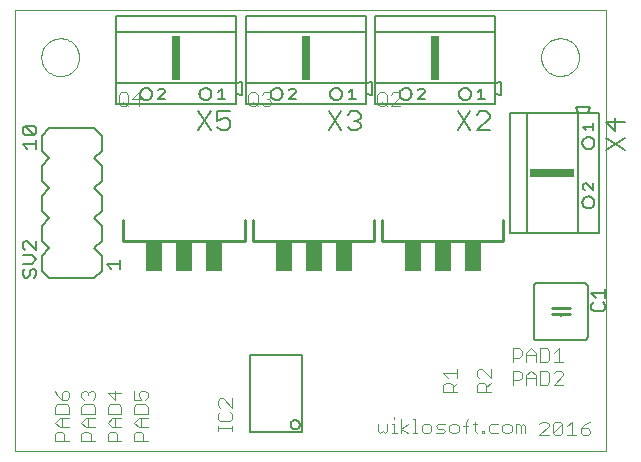
<source format=gto>
G75*
%MOIN*%
%OFA0B0*%
%FSLAX24Y24*%
%IPPOS*%
%LPD*%
%AMOC8*
5,1,8,0,0,1.08239X$1,22.5*
%
%ADD10C,0.0000*%
%ADD11C,0.0040*%
%ADD12C,0.0100*%
%ADD13R,0.0560X0.0980*%
%ADD14C,0.0060*%
%ADD15C,0.0070*%
%ADD16C,0.0050*%
%ADD17R,0.0300X0.1500*%
%ADD18R,0.1500X0.0300*%
D10*
X000180Y000180D02*
X000180Y014865D01*
X019865Y014865D01*
X019865Y000180D01*
X000180Y000180D01*
X001050Y013305D02*
X001052Y013355D01*
X001058Y013405D01*
X001068Y013454D01*
X001082Y013502D01*
X001099Y013549D01*
X001120Y013594D01*
X001145Y013638D01*
X001173Y013679D01*
X001205Y013718D01*
X001239Y013755D01*
X001276Y013789D01*
X001316Y013819D01*
X001358Y013846D01*
X001402Y013870D01*
X001448Y013891D01*
X001495Y013907D01*
X001543Y013920D01*
X001593Y013929D01*
X001642Y013934D01*
X001693Y013935D01*
X001743Y013932D01*
X001792Y013925D01*
X001841Y013914D01*
X001889Y013899D01*
X001935Y013881D01*
X001980Y013859D01*
X002023Y013833D01*
X002064Y013804D01*
X002103Y013772D01*
X002139Y013737D01*
X002171Y013699D01*
X002201Y013659D01*
X002228Y013616D01*
X002251Y013572D01*
X002270Y013526D01*
X002286Y013478D01*
X002298Y013429D01*
X002306Y013380D01*
X002310Y013330D01*
X002310Y013280D01*
X002306Y013230D01*
X002298Y013181D01*
X002286Y013132D01*
X002270Y013084D01*
X002251Y013038D01*
X002228Y012994D01*
X002201Y012951D01*
X002171Y012911D01*
X002139Y012873D01*
X002103Y012838D01*
X002064Y012806D01*
X002023Y012777D01*
X001980Y012751D01*
X001935Y012729D01*
X001889Y012711D01*
X001841Y012696D01*
X001792Y012685D01*
X001743Y012678D01*
X001693Y012675D01*
X001642Y012676D01*
X001593Y012681D01*
X001543Y012690D01*
X001495Y012703D01*
X001448Y012719D01*
X001402Y012740D01*
X001358Y012764D01*
X001316Y012791D01*
X001276Y012821D01*
X001239Y012855D01*
X001205Y012892D01*
X001173Y012931D01*
X001145Y012972D01*
X001120Y013016D01*
X001099Y013061D01*
X001082Y013108D01*
X001068Y013156D01*
X001058Y013205D01*
X001052Y013255D01*
X001050Y013305D01*
X017710Y013305D02*
X017712Y013355D01*
X017718Y013405D01*
X017728Y013454D01*
X017742Y013502D01*
X017759Y013549D01*
X017780Y013594D01*
X017805Y013638D01*
X017833Y013679D01*
X017865Y013718D01*
X017899Y013755D01*
X017936Y013789D01*
X017976Y013819D01*
X018018Y013846D01*
X018062Y013870D01*
X018108Y013891D01*
X018155Y013907D01*
X018203Y013920D01*
X018253Y013929D01*
X018302Y013934D01*
X018353Y013935D01*
X018403Y013932D01*
X018452Y013925D01*
X018501Y013914D01*
X018549Y013899D01*
X018595Y013881D01*
X018640Y013859D01*
X018683Y013833D01*
X018724Y013804D01*
X018763Y013772D01*
X018799Y013737D01*
X018831Y013699D01*
X018861Y013659D01*
X018888Y013616D01*
X018911Y013572D01*
X018930Y013526D01*
X018946Y013478D01*
X018958Y013429D01*
X018966Y013380D01*
X018970Y013330D01*
X018970Y013280D01*
X018966Y013230D01*
X018958Y013181D01*
X018946Y013132D01*
X018930Y013084D01*
X018911Y013038D01*
X018888Y012994D01*
X018861Y012951D01*
X018831Y012911D01*
X018799Y012873D01*
X018763Y012838D01*
X018724Y012806D01*
X018683Y012777D01*
X018640Y012751D01*
X018595Y012729D01*
X018549Y012711D01*
X018501Y012696D01*
X018452Y012685D01*
X018403Y012678D01*
X018353Y012675D01*
X018302Y012676D01*
X018253Y012681D01*
X018203Y012690D01*
X018155Y012703D01*
X018108Y012719D01*
X018062Y012740D01*
X018018Y012764D01*
X017976Y012791D01*
X017936Y012821D01*
X017899Y012855D01*
X017865Y012892D01*
X017833Y012931D01*
X017805Y012972D01*
X017780Y013016D01*
X017759Y013061D01*
X017742Y013108D01*
X017728Y013156D01*
X017718Y013205D01*
X017712Y013255D01*
X017710Y013305D01*
D11*
X013017Y012059D02*
X013017Y011982D01*
X012710Y011675D01*
X013017Y011675D01*
X012557Y011675D02*
X012403Y011828D01*
X012327Y011675D02*
X012250Y011752D01*
X012250Y012059D01*
X012327Y012135D01*
X012480Y012135D01*
X012557Y012059D01*
X012557Y011752D01*
X012480Y011675D01*
X012327Y011675D01*
X012710Y012059D02*
X012787Y012135D01*
X012941Y012135D01*
X013017Y012059D01*
X008717Y012059D02*
X008717Y011982D01*
X008641Y011905D01*
X008717Y011828D01*
X008717Y011752D01*
X008641Y011675D01*
X008487Y011675D01*
X008410Y011752D01*
X008257Y011752D02*
X008180Y011675D01*
X008027Y011675D01*
X007950Y011752D01*
X007950Y012059D01*
X008027Y012135D01*
X008180Y012135D01*
X008257Y012059D01*
X008257Y011752D01*
X008257Y011675D02*
X008103Y011828D01*
X008410Y012059D02*
X008487Y012135D01*
X008641Y012135D01*
X008717Y012059D01*
X008641Y011905D02*
X008564Y011905D01*
X004392Y011905D02*
X004085Y011905D01*
X004316Y012135D01*
X004316Y011675D01*
X003932Y011675D02*
X003778Y011828D01*
X003702Y011675D02*
X003625Y011752D01*
X003625Y012059D01*
X003702Y012135D01*
X003855Y012135D01*
X003932Y012059D01*
X003932Y011752D01*
X003855Y011675D01*
X003702Y011675D01*
X014910Y002922D02*
X014910Y002615D01*
X014910Y002768D02*
X014450Y002768D01*
X014603Y002615D01*
X014526Y002461D02*
X014680Y002461D01*
X014757Y002384D01*
X014757Y002154D01*
X014910Y002154D02*
X014450Y002154D01*
X014450Y002384D01*
X014526Y002461D01*
X014757Y002308D02*
X014910Y002461D01*
X015575Y002384D02*
X015575Y002154D01*
X016035Y002154D01*
X015882Y002154D02*
X015882Y002384D01*
X015805Y002461D01*
X015651Y002461D01*
X015575Y002384D01*
X015651Y002615D02*
X015575Y002691D01*
X015575Y002845D01*
X015651Y002922D01*
X015728Y002922D01*
X016035Y002615D01*
X016035Y002922D01*
X016035Y002461D02*
X015882Y002308D01*
X016755Y002390D02*
X016755Y002850D01*
X016985Y002850D01*
X017062Y002774D01*
X017062Y002620D01*
X016985Y002543D01*
X016755Y002543D01*
X017216Y002620D02*
X017522Y002620D01*
X017522Y002697D02*
X017522Y002390D01*
X017676Y002390D02*
X017906Y002390D01*
X017983Y002467D01*
X017983Y002774D01*
X017906Y002850D01*
X017676Y002850D01*
X017676Y002390D01*
X017522Y002697D02*
X017369Y002850D01*
X017216Y002697D01*
X017216Y002390D01*
X018136Y002390D02*
X018443Y002697D01*
X018443Y002774D01*
X018366Y002850D01*
X018213Y002850D01*
X018136Y002774D01*
X018136Y003140D02*
X018443Y003140D01*
X018290Y003140D02*
X018290Y003600D01*
X018136Y003447D01*
X017983Y003524D02*
X017906Y003600D01*
X017676Y003600D01*
X017676Y003140D01*
X017906Y003140D01*
X017983Y003217D01*
X017983Y003524D01*
X017522Y003447D02*
X017522Y003140D01*
X017216Y003140D02*
X017216Y003447D01*
X017369Y003600D01*
X017522Y003447D01*
X017522Y003370D02*
X017216Y003370D01*
X017062Y003370D02*
X016985Y003293D01*
X016755Y003293D01*
X016755Y003140D02*
X016755Y003600D01*
X016985Y003600D01*
X017062Y003524D01*
X017062Y003370D01*
X018136Y002390D02*
X018443Y002390D01*
X018341Y001160D02*
X018417Y001084D01*
X018110Y000777D01*
X018187Y000700D01*
X018341Y000700D01*
X018417Y000777D01*
X018417Y001084D01*
X018341Y001160D02*
X018187Y001160D01*
X018110Y001084D01*
X018110Y000777D01*
X017957Y000700D02*
X017650Y000700D01*
X017957Y001007D01*
X017957Y001084D01*
X017880Y001160D01*
X017727Y001160D01*
X017650Y001084D01*
X017186Y001005D02*
X017186Y000775D01*
X017032Y000775D02*
X017032Y001005D01*
X017109Y001082D01*
X017186Y001005D01*
X017032Y001005D02*
X016956Y001082D01*
X016879Y001082D01*
X016879Y000775D01*
X016725Y000852D02*
X016725Y001005D01*
X016649Y001082D01*
X016495Y001082D01*
X016419Y001005D01*
X016419Y000852D01*
X016495Y000775D01*
X016649Y000775D01*
X016725Y000852D01*
X016265Y000775D02*
X016035Y000775D01*
X015958Y000852D01*
X015958Y001005D01*
X016035Y001082D01*
X016265Y001082D01*
X015805Y000852D02*
X015805Y000775D01*
X015728Y000775D01*
X015728Y000852D01*
X015805Y000852D01*
X015574Y000775D02*
X015498Y000852D01*
X015498Y001159D01*
X015421Y001082D02*
X015574Y001082D01*
X015268Y001005D02*
X015114Y001005D01*
X014961Y001005D02*
X014961Y000852D01*
X014884Y000775D01*
X014730Y000775D01*
X014654Y000852D01*
X014654Y001005D01*
X014730Y001082D01*
X014884Y001082D01*
X014961Y001005D01*
X015191Y001159D02*
X015191Y000775D01*
X015191Y001159D02*
X015268Y001235D01*
X014500Y001082D02*
X014270Y001082D01*
X014193Y001005D01*
X014270Y000928D01*
X014423Y000928D01*
X014500Y000852D01*
X014423Y000775D01*
X014193Y000775D01*
X014040Y000852D02*
X014040Y001005D01*
X013963Y001082D01*
X013810Y001082D01*
X013733Y001005D01*
X013733Y000852D01*
X013810Y000775D01*
X013963Y000775D01*
X014040Y000852D01*
X013579Y000775D02*
X013426Y000775D01*
X013503Y000775D02*
X013503Y001235D01*
X013426Y001235D01*
X013273Y001082D02*
X013042Y000928D01*
X013273Y000775D01*
X013042Y000775D02*
X013042Y001235D01*
X012812Y001235D02*
X012812Y001312D01*
X012812Y001082D02*
X012812Y000775D01*
X012735Y000775D02*
X012889Y000775D01*
X012582Y000852D02*
X012582Y001082D01*
X012735Y001082D02*
X012812Y001082D01*
X012582Y000852D02*
X012505Y000775D01*
X012428Y000852D01*
X012352Y000775D01*
X012275Y000852D01*
X012275Y001082D01*
X007399Y001015D02*
X007399Y000861D01*
X007399Y000938D02*
X006939Y000938D01*
X006939Y000861D02*
X006939Y001015D01*
X007016Y001168D02*
X007323Y001168D01*
X007399Y001245D01*
X007399Y001398D01*
X007323Y001475D01*
X007399Y001629D02*
X007092Y001935D01*
X007016Y001935D01*
X006939Y001859D01*
X006939Y001705D01*
X007016Y001629D01*
X007016Y001475D02*
X006939Y001398D01*
X006939Y001245D01*
X007016Y001168D01*
X007399Y001629D02*
X007399Y001935D01*
X004595Y001963D02*
X004518Y001886D01*
X004595Y001963D02*
X004595Y002116D01*
X004518Y002193D01*
X004365Y002193D01*
X004288Y002116D01*
X004288Y002040D01*
X004365Y001886D01*
X004135Y001886D01*
X004135Y002193D01*
X003720Y002116D02*
X003260Y002116D01*
X003490Y001886D01*
X003490Y002193D01*
X003643Y001733D02*
X003336Y001733D01*
X003260Y001656D01*
X003260Y001426D01*
X003720Y001426D01*
X003720Y001656D01*
X003643Y001733D01*
X004135Y001656D02*
X004135Y001426D01*
X004595Y001426D01*
X004595Y001656D01*
X004518Y001733D01*
X004211Y001733D01*
X004135Y001656D01*
X004288Y001272D02*
X004595Y001272D01*
X004365Y001272D02*
X004365Y000966D01*
X004288Y000966D02*
X004135Y001119D01*
X004288Y001272D01*
X004288Y000966D02*
X004595Y000966D01*
X004365Y000812D02*
X004442Y000735D01*
X004442Y000505D01*
X004595Y000505D02*
X004135Y000505D01*
X004135Y000735D01*
X004211Y000812D01*
X004365Y000812D01*
X003720Y000966D02*
X003413Y000966D01*
X003260Y001119D01*
X003413Y001272D01*
X003720Y001272D01*
X003490Y001272D02*
X003490Y000966D01*
X003490Y000812D02*
X003336Y000812D01*
X003260Y000735D01*
X003260Y000505D01*
X003720Y000505D01*
X003567Y000505D02*
X003567Y000735D01*
X003490Y000812D01*
X002845Y000966D02*
X002538Y000966D01*
X002385Y001119D01*
X002538Y001272D01*
X002845Y001272D01*
X002845Y001426D02*
X002845Y001656D01*
X002768Y001733D01*
X002461Y001733D01*
X002385Y001656D01*
X002385Y001426D01*
X002845Y001426D01*
X002615Y001272D02*
X002615Y000966D01*
X002615Y000812D02*
X002461Y000812D01*
X002385Y000735D01*
X002385Y000505D01*
X002845Y000505D01*
X002692Y000505D02*
X002692Y000735D01*
X002615Y000812D01*
X001970Y000966D02*
X001663Y000966D01*
X001510Y001119D01*
X001663Y001272D01*
X001970Y001272D01*
X001970Y001426D02*
X001970Y001656D01*
X001893Y001733D01*
X001586Y001733D01*
X001510Y001656D01*
X001510Y001426D01*
X001970Y001426D01*
X001740Y001272D02*
X001740Y000966D01*
X001740Y000812D02*
X001586Y000812D01*
X001510Y000735D01*
X001510Y000505D01*
X001970Y000505D01*
X001817Y000505D02*
X001817Y000735D01*
X001740Y000812D01*
X001740Y001886D02*
X001740Y002116D01*
X001817Y002193D01*
X001893Y002193D01*
X001970Y002116D01*
X001970Y001963D01*
X001893Y001886D01*
X001740Y001886D01*
X001586Y002040D01*
X001510Y002193D01*
X002385Y002116D02*
X002385Y001963D01*
X002461Y001886D01*
X002615Y002040D02*
X002615Y002116D01*
X002692Y002193D01*
X002768Y002193D01*
X002845Y002116D01*
X002845Y001963D01*
X002768Y001886D01*
X002615Y002116D02*
X002538Y002193D01*
X002461Y002193D01*
X002385Y002116D01*
X018571Y001007D02*
X018724Y001160D01*
X018724Y000700D01*
X018571Y000700D02*
X018878Y000700D01*
X019031Y000777D02*
X019108Y000700D01*
X019261Y000700D01*
X019338Y000777D01*
X019338Y000853D01*
X019261Y000930D01*
X019031Y000930D01*
X019031Y000777D01*
X019031Y000930D02*
X019185Y001084D01*
X019338Y001160D01*
D12*
X018655Y004730D02*
X018355Y004730D01*
X018055Y004730D01*
X018055Y004930D02*
X018355Y004930D01*
X018655Y004930D01*
X016450Y007195D02*
X016450Y007895D01*
X016450Y007195D02*
X012410Y007195D01*
X012410Y007895D01*
X012150Y007895D02*
X012150Y007195D01*
X008110Y007195D01*
X008110Y007895D01*
X007825Y007895D02*
X007825Y007195D01*
X003785Y007195D01*
X003785Y007895D01*
D13*
X004805Y006645D03*
X005805Y006645D03*
X006805Y006645D03*
X009130Y006645D03*
X010130Y006645D03*
X011130Y006645D03*
X013430Y006645D03*
X014430Y006645D03*
X015430Y006645D03*
D14*
X016680Y007455D02*
X017230Y007455D01*
X017230Y011455D01*
X018930Y011455D01*
X018930Y007455D01*
X017230Y007455D01*
X016680Y007455D02*
X016680Y011455D01*
X017230Y011455D01*
X016380Y012030D02*
X016380Y012480D01*
X016180Y012430D01*
X016180Y014130D01*
X012180Y014130D01*
X012180Y014680D01*
X016180Y014680D01*
X016180Y014130D01*
X016180Y012430D02*
X012180Y012430D01*
X012180Y014130D01*
X011880Y014130D02*
X011880Y012430D01*
X007880Y012430D01*
X007880Y014130D01*
X007880Y014680D01*
X011880Y014680D01*
X011880Y014130D01*
X007880Y014130D01*
X007530Y014130D02*
X007530Y012430D01*
X003530Y012430D01*
X003530Y014130D01*
X003530Y014680D01*
X007530Y014680D01*
X007530Y014130D01*
X003530Y014130D01*
X003530Y012430D02*
X003530Y011730D01*
X007530Y011730D01*
X007530Y012080D01*
X007530Y012430D01*
X007730Y012480D01*
X007730Y012030D01*
X007530Y012080D01*
X007880Y011730D02*
X007880Y012430D01*
X007880Y011730D02*
X011880Y011730D01*
X011880Y012080D01*
X011880Y012430D01*
X012080Y012480D01*
X012080Y012030D01*
X011880Y012080D01*
X012180Y011730D02*
X012180Y012430D01*
X012180Y011730D02*
X016180Y011730D01*
X016180Y012080D01*
X016180Y012430D01*
X016180Y012080D02*
X016380Y012030D01*
X014970Y012080D02*
X014972Y012108D01*
X014978Y012135D01*
X014987Y012161D01*
X015000Y012186D01*
X015017Y012209D01*
X015036Y012229D01*
X015058Y012246D01*
X015082Y012260D01*
X015108Y012270D01*
X015135Y012277D01*
X015163Y012280D01*
X015191Y012279D01*
X015218Y012274D01*
X015245Y012265D01*
X015270Y012253D01*
X015293Y012238D01*
X015314Y012219D01*
X015332Y012198D01*
X015347Y012174D01*
X015358Y012148D01*
X015366Y012122D01*
X015370Y012094D01*
X015370Y012066D01*
X015366Y012038D01*
X015358Y012012D01*
X015347Y011986D01*
X015332Y011962D01*
X015314Y011941D01*
X015293Y011922D01*
X015270Y011907D01*
X015245Y011895D01*
X015218Y011886D01*
X015191Y011881D01*
X015163Y011880D01*
X015135Y011883D01*
X015108Y011890D01*
X015082Y011900D01*
X015058Y011914D01*
X015036Y011931D01*
X015017Y011951D01*
X015000Y011974D01*
X014987Y011999D01*
X014978Y012025D01*
X014972Y012052D01*
X014970Y012080D01*
X012990Y012080D02*
X012992Y012108D01*
X012998Y012135D01*
X013007Y012161D01*
X013020Y012186D01*
X013037Y012209D01*
X013056Y012229D01*
X013078Y012246D01*
X013102Y012260D01*
X013128Y012270D01*
X013155Y012277D01*
X013183Y012280D01*
X013211Y012279D01*
X013238Y012274D01*
X013265Y012265D01*
X013290Y012253D01*
X013313Y012238D01*
X013334Y012219D01*
X013352Y012198D01*
X013367Y012174D01*
X013378Y012148D01*
X013386Y012122D01*
X013390Y012094D01*
X013390Y012066D01*
X013386Y012038D01*
X013378Y012012D01*
X013367Y011986D01*
X013352Y011962D01*
X013334Y011941D01*
X013313Y011922D01*
X013290Y011907D01*
X013265Y011895D01*
X013238Y011886D01*
X013211Y011881D01*
X013183Y011880D01*
X013155Y011883D01*
X013128Y011890D01*
X013102Y011900D01*
X013078Y011914D01*
X013056Y011931D01*
X013037Y011951D01*
X013020Y011974D01*
X013007Y011999D01*
X012998Y012025D01*
X012992Y012052D01*
X012990Y012080D01*
X010670Y012080D02*
X010672Y012108D01*
X010678Y012135D01*
X010687Y012161D01*
X010700Y012186D01*
X010717Y012209D01*
X010736Y012229D01*
X010758Y012246D01*
X010782Y012260D01*
X010808Y012270D01*
X010835Y012277D01*
X010863Y012280D01*
X010891Y012279D01*
X010918Y012274D01*
X010945Y012265D01*
X010970Y012253D01*
X010993Y012238D01*
X011014Y012219D01*
X011032Y012198D01*
X011047Y012174D01*
X011058Y012148D01*
X011066Y012122D01*
X011070Y012094D01*
X011070Y012066D01*
X011066Y012038D01*
X011058Y012012D01*
X011047Y011986D01*
X011032Y011962D01*
X011014Y011941D01*
X010993Y011922D01*
X010970Y011907D01*
X010945Y011895D01*
X010918Y011886D01*
X010891Y011881D01*
X010863Y011880D01*
X010835Y011883D01*
X010808Y011890D01*
X010782Y011900D01*
X010758Y011914D01*
X010736Y011931D01*
X010717Y011951D01*
X010700Y011974D01*
X010687Y011999D01*
X010678Y012025D01*
X010672Y012052D01*
X010670Y012080D01*
X008690Y012080D02*
X008692Y012108D01*
X008698Y012135D01*
X008707Y012161D01*
X008720Y012186D01*
X008737Y012209D01*
X008756Y012229D01*
X008778Y012246D01*
X008802Y012260D01*
X008828Y012270D01*
X008855Y012277D01*
X008883Y012280D01*
X008911Y012279D01*
X008938Y012274D01*
X008965Y012265D01*
X008990Y012253D01*
X009013Y012238D01*
X009034Y012219D01*
X009052Y012198D01*
X009067Y012174D01*
X009078Y012148D01*
X009086Y012122D01*
X009090Y012094D01*
X009090Y012066D01*
X009086Y012038D01*
X009078Y012012D01*
X009067Y011986D01*
X009052Y011962D01*
X009034Y011941D01*
X009013Y011922D01*
X008990Y011907D01*
X008965Y011895D01*
X008938Y011886D01*
X008911Y011881D01*
X008883Y011880D01*
X008855Y011883D01*
X008828Y011890D01*
X008802Y011900D01*
X008778Y011914D01*
X008756Y011931D01*
X008737Y011951D01*
X008720Y011974D01*
X008707Y011999D01*
X008698Y012025D01*
X008692Y012052D01*
X008690Y012080D01*
X006320Y012080D02*
X006322Y012108D01*
X006328Y012135D01*
X006337Y012161D01*
X006350Y012186D01*
X006367Y012209D01*
X006386Y012229D01*
X006408Y012246D01*
X006432Y012260D01*
X006458Y012270D01*
X006485Y012277D01*
X006513Y012280D01*
X006541Y012279D01*
X006568Y012274D01*
X006595Y012265D01*
X006620Y012253D01*
X006643Y012238D01*
X006664Y012219D01*
X006682Y012198D01*
X006697Y012174D01*
X006708Y012148D01*
X006716Y012122D01*
X006720Y012094D01*
X006720Y012066D01*
X006716Y012038D01*
X006708Y012012D01*
X006697Y011986D01*
X006682Y011962D01*
X006664Y011941D01*
X006643Y011922D01*
X006620Y011907D01*
X006595Y011895D01*
X006568Y011886D01*
X006541Y011881D01*
X006513Y011880D01*
X006485Y011883D01*
X006458Y011890D01*
X006432Y011900D01*
X006408Y011914D01*
X006386Y011931D01*
X006367Y011951D01*
X006350Y011974D01*
X006337Y011999D01*
X006328Y012025D01*
X006322Y012052D01*
X006320Y012080D01*
X004340Y012080D02*
X004342Y012108D01*
X004348Y012135D01*
X004357Y012161D01*
X004370Y012186D01*
X004387Y012209D01*
X004406Y012229D01*
X004428Y012246D01*
X004452Y012260D01*
X004478Y012270D01*
X004505Y012277D01*
X004533Y012280D01*
X004561Y012279D01*
X004588Y012274D01*
X004615Y012265D01*
X004640Y012253D01*
X004663Y012238D01*
X004684Y012219D01*
X004702Y012198D01*
X004717Y012174D01*
X004728Y012148D01*
X004736Y012122D01*
X004740Y012094D01*
X004740Y012066D01*
X004736Y012038D01*
X004728Y012012D01*
X004717Y011986D01*
X004702Y011962D01*
X004684Y011941D01*
X004663Y011922D01*
X004640Y011907D01*
X004615Y011895D01*
X004588Y011886D01*
X004561Y011881D01*
X004533Y011880D01*
X004505Y011883D01*
X004478Y011890D01*
X004452Y011900D01*
X004428Y011914D01*
X004406Y011931D01*
X004387Y011951D01*
X004370Y011974D01*
X004357Y011999D01*
X004348Y012025D01*
X004342Y012052D01*
X004340Y012080D01*
X003055Y010680D02*
X002805Y010930D01*
X001305Y010930D01*
X001055Y010680D01*
X001055Y010180D01*
X001305Y009930D01*
X001055Y009680D01*
X001055Y009180D01*
X001305Y008930D01*
X001055Y008680D01*
X001055Y008180D01*
X001305Y007930D01*
X001055Y007680D01*
X001055Y007180D01*
X001305Y006930D01*
X001055Y006680D01*
X001055Y006180D01*
X001305Y005930D01*
X002805Y005930D01*
X003055Y006180D01*
X003055Y006680D01*
X002805Y006930D01*
X003055Y007180D01*
X003055Y007680D01*
X002805Y007930D01*
X003055Y008180D01*
X003055Y008680D01*
X002805Y008930D01*
X003055Y009180D01*
X003055Y009680D01*
X002805Y009930D01*
X003055Y010180D01*
X003055Y010680D01*
X017455Y005680D02*
X017455Y003980D01*
X017457Y003963D01*
X017461Y003946D01*
X017468Y003930D01*
X017478Y003916D01*
X017491Y003903D01*
X017505Y003893D01*
X017521Y003886D01*
X017538Y003882D01*
X017555Y003880D01*
X019155Y003880D01*
X019172Y003882D01*
X019189Y003886D01*
X019205Y003893D01*
X019219Y003903D01*
X019232Y003916D01*
X019242Y003930D01*
X019249Y003946D01*
X019253Y003963D01*
X019255Y003980D01*
X019255Y005680D01*
X019253Y005697D01*
X019249Y005714D01*
X019242Y005730D01*
X019232Y005744D01*
X019219Y005757D01*
X019205Y005767D01*
X019189Y005774D01*
X019172Y005778D01*
X019155Y005780D01*
X017555Y005780D01*
X017538Y005778D01*
X017521Y005774D01*
X017505Y005767D01*
X017491Y005757D01*
X017478Y005744D01*
X017468Y005730D01*
X017461Y005714D01*
X017457Y005697D01*
X017455Y005680D01*
X018355Y004980D02*
X018355Y004930D01*
X018355Y004730D02*
X018355Y004680D01*
X018930Y007455D02*
X019630Y007455D01*
X019630Y011455D01*
X019280Y011455D01*
X018930Y011455D01*
X018880Y011655D01*
X019330Y011655D01*
X019280Y011455D01*
X019080Y010445D02*
X019082Y010473D01*
X019088Y010500D01*
X019097Y010526D01*
X019110Y010551D01*
X019127Y010574D01*
X019146Y010594D01*
X019168Y010611D01*
X019192Y010625D01*
X019218Y010635D01*
X019245Y010642D01*
X019273Y010645D01*
X019301Y010644D01*
X019328Y010639D01*
X019355Y010630D01*
X019380Y010618D01*
X019403Y010603D01*
X019424Y010584D01*
X019442Y010563D01*
X019457Y010539D01*
X019468Y010513D01*
X019476Y010487D01*
X019480Y010459D01*
X019480Y010431D01*
X019476Y010403D01*
X019468Y010377D01*
X019457Y010351D01*
X019442Y010327D01*
X019424Y010306D01*
X019403Y010287D01*
X019380Y010272D01*
X019355Y010260D01*
X019328Y010251D01*
X019301Y010246D01*
X019273Y010245D01*
X019245Y010248D01*
X019218Y010255D01*
X019192Y010265D01*
X019168Y010279D01*
X019146Y010296D01*
X019127Y010316D01*
X019110Y010339D01*
X019097Y010364D01*
X019088Y010390D01*
X019082Y010417D01*
X019080Y010445D01*
X019080Y008465D02*
X019082Y008493D01*
X019088Y008520D01*
X019097Y008546D01*
X019110Y008571D01*
X019127Y008594D01*
X019146Y008614D01*
X019168Y008631D01*
X019192Y008645D01*
X019218Y008655D01*
X019245Y008662D01*
X019273Y008665D01*
X019301Y008664D01*
X019328Y008659D01*
X019355Y008650D01*
X019380Y008638D01*
X019403Y008623D01*
X019424Y008604D01*
X019442Y008583D01*
X019457Y008559D01*
X019468Y008533D01*
X019476Y008507D01*
X019480Y008479D01*
X019480Y008451D01*
X019476Y008423D01*
X019468Y008397D01*
X019457Y008371D01*
X019442Y008347D01*
X019424Y008326D01*
X019403Y008307D01*
X019380Y008292D01*
X019355Y008280D01*
X019328Y008271D01*
X019301Y008266D01*
X019273Y008265D01*
X019245Y008268D01*
X019218Y008275D01*
X019192Y008285D01*
X019168Y008299D01*
X019146Y008316D01*
X019127Y008336D01*
X019110Y008359D01*
X019097Y008384D01*
X019088Y008410D01*
X019082Y008437D01*
X019080Y008465D01*
D15*
X019864Y010201D02*
X020495Y010621D01*
X020180Y010845D02*
X020180Y011266D01*
X020495Y011161D02*
X019864Y011161D01*
X020180Y010845D01*
X019864Y010621D02*
X020495Y010201D01*
X015991Y010865D02*
X015570Y010865D01*
X015991Y011285D01*
X015991Y011390D01*
X015886Y011496D01*
X015676Y011496D01*
X015570Y011390D01*
X015346Y011496D02*
X014926Y010865D01*
X015346Y010865D02*
X014926Y011496D01*
X011691Y011390D02*
X011691Y011285D01*
X011586Y011180D01*
X011691Y011075D01*
X011691Y010970D01*
X011586Y010865D01*
X011376Y010865D01*
X011270Y010970D01*
X011481Y011180D02*
X011586Y011180D01*
X011691Y011390D02*
X011586Y011496D01*
X011376Y011496D01*
X011270Y011390D01*
X011046Y011496D02*
X010626Y010865D01*
X011046Y010865D02*
X010626Y011496D01*
X007341Y011496D02*
X006920Y011496D01*
X006920Y011180D01*
X007131Y011285D01*
X007236Y011285D01*
X007341Y011180D01*
X007341Y010970D01*
X007236Y010865D01*
X007026Y010865D01*
X006920Y010970D01*
X006696Y010865D02*
X006276Y011496D01*
X006696Y011496D02*
X006276Y010865D01*
D16*
X006946Y011915D02*
X007173Y011915D01*
X007059Y011915D02*
X007059Y012255D01*
X006946Y012142D01*
X005173Y012142D02*
X005173Y012199D01*
X005116Y012255D01*
X005003Y012255D01*
X004946Y012199D01*
X005173Y012142D02*
X004946Y011915D01*
X005173Y011915D01*
X009296Y011915D02*
X009523Y012142D01*
X009523Y012199D01*
X009466Y012255D01*
X009353Y012255D01*
X009296Y012199D01*
X009296Y011915D02*
X009523Y011915D01*
X011296Y011915D02*
X011523Y011915D01*
X011409Y011915D02*
X011409Y012255D01*
X011296Y012142D01*
X013596Y012199D02*
X013653Y012255D01*
X013766Y012255D01*
X013823Y012199D01*
X013823Y012142D01*
X013596Y011915D01*
X013823Y011915D01*
X015596Y011915D02*
X015823Y011915D01*
X015709Y011915D02*
X015709Y012255D01*
X015596Y012142D01*
X019105Y010984D02*
X019445Y010984D01*
X019445Y010871D02*
X019445Y011098D01*
X019218Y010871D02*
X019105Y010984D01*
X019161Y009098D02*
X019105Y009041D01*
X019105Y008928D01*
X019161Y008871D01*
X019161Y009098D02*
X019218Y009098D01*
X019445Y008871D01*
X019445Y009098D01*
X019830Y005595D02*
X019830Y005295D01*
X019830Y005445D02*
X019380Y005445D01*
X019530Y005295D01*
X019455Y005134D02*
X019380Y005059D01*
X019380Y004909D01*
X019455Y004834D01*
X019755Y004834D01*
X019830Y004909D01*
X019830Y005059D01*
X019755Y005134D01*
X009746Y003385D02*
X009746Y000825D01*
X008014Y000825D01*
X008014Y003385D01*
X009746Y003385D01*
X009357Y001060D02*
X009359Y001084D01*
X009365Y001108D01*
X009374Y001130D01*
X009387Y001151D01*
X009403Y001169D01*
X009422Y001184D01*
X009443Y001196D01*
X009466Y001205D01*
X009490Y001210D01*
X009514Y001211D01*
X009538Y001208D01*
X009562Y001201D01*
X009583Y001191D01*
X009603Y001177D01*
X009621Y001160D01*
X009636Y001141D01*
X009647Y001119D01*
X009655Y001096D01*
X009659Y001072D01*
X009659Y001048D01*
X009655Y001024D01*
X009647Y001001D01*
X009636Y000979D01*
X009621Y000960D01*
X009603Y000943D01*
X009584Y000929D01*
X009562Y000919D01*
X009538Y000912D01*
X009514Y000909D01*
X009490Y000910D01*
X009466Y000915D01*
X009443Y000924D01*
X009422Y000936D01*
X009403Y000951D01*
X009387Y000969D01*
X009374Y000990D01*
X009365Y001012D01*
X009359Y001036D01*
X009357Y001060D01*
X003680Y006255D02*
X003680Y006555D01*
X003680Y006405D02*
X003230Y006405D01*
X003380Y006255D01*
X000880Y006180D02*
X000880Y006030D01*
X000805Y005955D01*
X000655Y006030D02*
X000655Y006180D01*
X000730Y006255D01*
X000805Y006255D01*
X000880Y006180D01*
X000655Y006030D02*
X000580Y005955D01*
X000505Y005955D01*
X000430Y006030D01*
X000430Y006180D01*
X000505Y006255D01*
X000430Y006415D02*
X000730Y006415D01*
X000880Y006566D01*
X000730Y006716D01*
X000430Y006716D01*
X000505Y006876D02*
X000430Y006951D01*
X000430Y007101D01*
X000505Y007176D01*
X000580Y007176D01*
X000880Y006876D01*
X000880Y007176D01*
X000880Y010255D02*
X000880Y010555D01*
X000880Y010405D02*
X000430Y010405D01*
X000580Y010255D01*
X000505Y010715D02*
X000430Y010790D01*
X000430Y010941D01*
X000505Y011016D01*
X000805Y010715D01*
X000880Y010790D01*
X000880Y010941D01*
X000805Y011016D01*
X000505Y011016D01*
X000505Y010715D02*
X000805Y010715D01*
D17*
X005530Y013280D03*
X009880Y013280D03*
X014180Y013280D03*
D18*
X018080Y009455D03*
M02*

</source>
